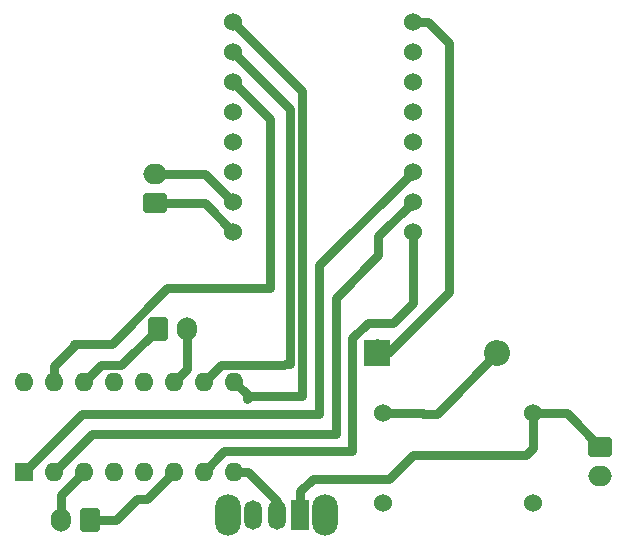
<source format=gtl>
%TF.GenerationSoftware,KiCad,Pcbnew,8.0.8*%
%TF.CreationDate,2025-02-19T10:09:38+01:00*%
%TF.ProjectId,Robot,526f626f-742e-46b6-9963-61645f706362,rev?*%
%TF.SameCoordinates,Original*%
%TF.FileFunction,Copper,L1,Top*%
%TF.FilePolarity,Positive*%
%FSLAX46Y46*%
G04 Gerber Fmt 4.6, Leading zero omitted, Abs format (unit mm)*
G04 Created by KiCad (PCBNEW 8.0.8) date 2025-02-19 10:09:38*
%MOMM*%
%LPD*%
G01*
G04 APERTURE LIST*
G04 Aperture macros list*
%AMRoundRect*
0 Rectangle with rounded corners*
0 $1 Rounding radius*
0 $2 $3 $4 $5 $6 $7 $8 $9 X,Y pos of 4 corners*
0 Add a 4 corners polygon primitive as box body*
4,1,4,$2,$3,$4,$5,$6,$7,$8,$9,$2,$3,0*
0 Add four circle primitives for the rounded corners*
1,1,$1+$1,$2,$3*
1,1,$1+$1,$4,$5*
1,1,$1+$1,$6,$7*
1,1,$1+$1,$8,$9*
0 Add four rect primitives between the rounded corners*
20,1,$1+$1,$2,$3,$4,$5,0*
20,1,$1+$1,$4,$5,$6,$7,0*
20,1,$1+$1,$6,$7,$8,$9,0*
20,1,$1+$1,$8,$9,$2,$3,0*%
G04 Aperture macros list end*
%TA.AperFunction,ComponentPad*%
%ADD10R,1.600000X1.600000*%
%TD*%
%TA.AperFunction,ComponentPad*%
%ADD11O,1.600000X1.600000*%
%TD*%
%TA.AperFunction,ComponentPad*%
%ADD12C,1.524000*%
%TD*%
%TA.AperFunction,ComponentPad*%
%ADD13RoundRect,0.250000X0.600000X0.750000X-0.600000X0.750000X-0.600000X-0.750000X0.600000X-0.750000X0*%
%TD*%
%TA.AperFunction,ComponentPad*%
%ADD14O,1.700000X2.000000*%
%TD*%
%TA.AperFunction,ComponentPad*%
%ADD15R,2.200000X2.200000*%
%TD*%
%TA.AperFunction,ComponentPad*%
%ADD16O,2.200000X2.200000*%
%TD*%
%TA.AperFunction,ComponentPad*%
%ADD17RoundRect,0.250000X-0.600000X-0.750000X0.600000X-0.750000X0.600000X0.750000X-0.600000X0.750000X0*%
%TD*%
%TA.AperFunction,ComponentPad*%
%ADD18RoundRect,0.250000X-0.750000X0.600000X-0.750000X-0.600000X0.750000X-0.600000X0.750000X0.600000X0*%
%TD*%
%TA.AperFunction,ComponentPad*%
%ADD19O,2.000000X1.700000*%
%TD*%
%TA.AperFunction,ComponentPad*%
%ADD20RoundRect,0.250000X0.750000X-0.600000X0.750000X0.600000X-0.750000X0.600000X-0.750000X-0.600000X0*%
%TD*%
%TA.AperFunction,ComponentPad*%
%ADD21O,2.200000X3.500000*%
%TD*%
%TA.AperFunction,ComponentPad*%
%ADD22R,1.500000X2.500000*%
%TD*%
%TA.AperFunction,ComponentPad*%
%ADD23O,1.500000X2.500000*%
%TD*%
%TA.AperFunction,Conductor*%
%ADD24C,0.800000*%
%TD*%
G04 APERTURE END LIST*
D10*
%TO.P,U2,1,EN1\u002C2*%
%TO.N,Net-(U1-GPIO2)*%
X79225000Y-145634314D03*
D11*
%TO.P,U2,2,1A*%
%TO.N,Net-(U1-GPIO1)*%
X81765000Y-145634314D03*
%TO.P,U2,3,1Y*%
%TO.N,Net-(J4-Pin_2)*%
X84305000Y-145634314D03*
%TO.P,U2,4,GND*%
%TO.N,GND*%
X86845000Y-145634314D03*
%TO.P,U2,5,GND*%
X89385000Y-145634314D03*
%TO.P,U2,6,2Y*%
%TO.N,Net-(J4-Pin_1)*%
X91925000Y-145634314D03*
%TO.P,U2,7,2A*%
%TO.N,Net-(U1-GPIO0)*%
X94465000Y-145634314D03*
%TO.P,U2,8,VCC2*%
%TO.N,Net-(SW1A-B)*%
X97005000Y-145634314D03*
%TO.P,U2,9,EN3\u002C4*%
%TO.N,Net-(U1-GPIO5)*%
X97005000Y-138014314D03*
%TO.P,U2,10,3A*%
%TO.N,Net-(U1-GPIO6)*%
X94465000Y-138014314D03*
%TO.P,U2,11,3Y*%
%TO.N,Net-(J3-Pin_2)*%
X91925000Y-138014314D03*
%TO.P,U2,12,GND*%
%TO.N,unconnected-(U2-GND-Pad12)*%
X89385000Y-138014314D03*
%TO.P,U2,13,GND*%
%TO.N,unconnected-(U2-GND-Pad13)*%
X86845000Y-138014314D03*
%TO.P,U2,14,4Y*%
%TO.N,Net-(J3-Pin_1)*%
X84305000Y-138014314D03*
%TO.P,U2,15,4A*%
%TO.N,Net-(U1-GPIO7)*%
X81765000Y-138014314D03*
%TO.P,U2,16,VCC1*%
%TO.N,Net-(D1-K)*%
X79225000Y-138014314D03*
%TD*%
D12*
%TO.P,U1,1,5V*%
%TO.N,Net-(D1-K)*%
X112100000Y-107534314D03*
%TO.P,U1,2,GND*%
%TO.N,GND*%
X112100000Y-110074314D03*
%TO.P,U1,3,3.3V*%
%TO.N,unconnected-(U1-3.3V-Pad3)*%
X112100000Y-112614314D03*
%TO.P,U1,4,GPIO4*%
%TO.N,unconnected-(U1-GPIO4-Pad4)*%
X112100000Y-115154314D03*
%TO.P,U1,5,GPIO3*%
%TO.N,unconnected-(U1-GPIO3-Pad5)*%
X112100000Y-117694314D03*
%TO.P,U1,6,GPIO2*%
%TO.N,Net-(U1-GPIO2)*%
X112100000Y-120234314D03*
%TO.P,U1,7,GPIO1*%
%TO.N,Net-(U1-GPIO1)*%
X112100000Y-122774314D03*
%TO.P,U1,8,GPIO0*%
%TO.N,Net-(U1-GPIO0)*%
X112100000Y-125314314D03*
%TO.P,U1,9,GPIO21*%
%TO.N,Net-(J2-Pin_1)*%
X96860000Y-125314314D03*
%TO.P,U1,10,GPIO20*%
%TO.N,Net-(J2-Pin_2)*%
X96860000Y-122774314D03*
%TO.P,U1,11,GPIO10*%
%TO.N,unconnected-(U1-GPIO10-Pad11)*%
X96860000Y-120234314D03*
%TO.P,U1,12,GPIO9*%
%TO.N,unconnected-(U1-GPIO9-Pad12)*%
X96860000Y-117694314D03*
%TO.P,U1,13,GPIO8*%
%TO.N,unconnected-(U1-GPIO8-Pad13)*%
X96860000Y-115154314D03*
%TO.P,U1,14,GPIO7*%
%TO.N,Net-(U1-GPIO7)*%
X96860000Y-112614314D03*
%TO.P,U1,15,GPIO6*%
%TO.N,Net-(U1-GPIO6)*%
X96860000Y-110074314D03*
%TO.P,U1,16,GPIO5*%
%TO.N,Net-(U1-GPIO5)*%
X96860000Y-107534314D03*
%TD*%
D13*
%TO.P,Motor1,1,Pin_1*%
%TO.N,Net-(J4-Pin_1)*%
X84800000Y-149734314D03*
D14*
%TO.P,Motor1,2,Pin_2*%
%TO.N,Net-(J4-Pin_2)*%
X82300000Y-149734314D03*
%TD*%
D15*
%TO.P,D1,1,K*%
%TO.N,Net-(D1-K)*%
X109120000Y-135634314D03*
D16*
%TO.P,D1,2,A*%
%TO.N,Net-(D1-A)*%
X119280000Y-135634314D03*
%TD*%
D17*
%TO.P,Motor2,1,Pin_1*%
%TO.N,Net-(J3-Pin_1)*%
X90500000Y-133534314D03*
D14*
%TO.P,Motor2,2,Pin_2*%
%TO.N,Net-(J3-Pin_2)*%
X93000000Y-133534314D03*
%TD*%
D18*
%TO.P,J5,1,Pin_1*%
%TO.N,Net-(J5-Pin_1)*%
X128000000Y-143534314D03*
D19*
%TO.P,J5,2,Pin_2*%
%TO.N,GND*%
X128000000Y-146034314D03*
%TD*%
D20*
%TO.P,UART,1,Pin_1*%
%TO.N,Net-(J2-Pin_1)*%
X90300000Y-122934314D03*
D19*
%TO.P,UART,2,Pin_2*%
%TO.N,Net-(J2-Pin_2)*%
X90300000Y-120434314D03*
%TD*%
D12*
%TO.P,U4,1,+VIN*%
%TO.N,Net-(J5-Pin_1)*%
X122300000Y-140714314D03*
%TO.P,U4,2,GND*%
%TO.N,GND*%
X122300000Y-148334314D03*
%TO.P,U4,3,+VOUT*%
%TO.N,Net-(D1-A)*%
X109600000Y-140714314D03*
%TO.P,U4,4,GND*%
%TO.N,GND*%
X109600000Y-148334314D03*
%TD*%
D21*
%TO.P,SW1,*%
%TO.N,*%
X104700000Y-149334314D03*
X96500000Y-149334314D03*
D22*
%TO.P,SW1,1,A*%
%TO.N,Net-(J5-Pin_1)*%
X102600000Y-149334314D03*
D23*
%TO.P,SW1,2,B*%
%TO.N,Net-(SW1A-B)*%
X100600000Y-149334314D03*
%TO.P,SW1,3,C*%
%TO.N,unconnected-(SW1A-C-Pad3)*%
X98600000Y-149334314D03*
%TD*%
D24*
%TO.N,GND*%
X122300000Y-148234314D02*
X122400000Y-148334314D01*
%TO.N,Net-(J3-Pin_2)*%
X93000000Y-133534314D02*
X93000000Y-136939314D01*
X93000000Y-136939314D02*
X91925000Y-138014314D01*
%TO.N,Net-(J2-Pin_2)*%
X90300000Y-120434314D02*
X94520000Y-120434314D01*
X94520000Y-120434314D02*
X96860000Y-122774314D01*
%TO.N,Net-(J2-Pin_1)*%
X90300000Y-122934314D02*
X94480000Y-122934314D01*
X94480000Y-122934314D02*
X96860000Y-125314314D01*
%TO.N,Net-(J3-Pin_1)*%
X85705000Y-136614314D02*
X87420000Y-136614314D01*
X84305000Y-138014314D02*
X85705000Y-136614314D01*
X87420000Y-136614314D02*
X90500000Y-133534314D01*
%TO.N,Net-(J4-Pin_1)*%
X87000000Y-149734314D02*
X84800000Y-149734314D01*
X89625000Y-147934314D02*
X88800000Y-147934314D01*
X91925000Y-145634314D02*
X89625000Y-147934314D01*
X88800000Y-147934314D02*
X87000000Y-149734314D01*
%TO.N,Net-(D1-K)*%
X115200000Y-130434314D02*
X110000000Y-135634314D01*
X113400000Y-107534314D02*
X115200000Y-109334314D01*
X112100000Y-107534314D02*
X113400000Y-107534314D01*
X109120000Y-134714314D02*
X109120000Y-135634314D01*
X115200000Y-109334314D02*
X115200000Y-130434314D01*
X110000000Y-135634314D02*
X109120000Y-135634314D01*
%TO.N,Net-(J5-Pin_1)*%
X125180000Y-140714314D02*
X128000000Y-143534314D01*
X103650000Y-146234314D02*
X110100000Y-146234314D01*
X112100000Y-144234314D02*
X121700000Y-144234314D01*
X122300000Y-143634314D02*
X122300000Y-140714314D01*
X102600000Y-147284314D02*
X103650000Y-146234314D01*
X110100000Y-146234314D02*
X112100000Y-144234314D01*
X121700000Y-144234314D02*
X122300000Y-143634314D01*
X102600000Y-149334314D02*
X102600000Y-147284314D01*
X122300000Y-140714314D02*
X125180000Y-140714314D01*
%TO.N,Net-(J4-Pin_2)*%
X84305000Y-145634314D02*
X82300000Y-147639314D01*
X82300000Y-147639314D02*
X82300000Y-149734314D01*
%TO.N,Net-(D1-A)*%
X113000000Y-140734314D02*
X112980000Y-140714314D01*
X119280000Y-135634314D02*
X114180000Y-140734314D01*
X114180000Y-140734314D02*
X113000000Y-140734314D01*
X112980000Y-140714314D02*
X109600000Y-140714314D01*
%TO.N,Net-(SW1A-B)*%
X98136370Y-145634314D02*
X100600000Y-148097944D01*
X97005000Y-145634314D02*
X98136370Y-145634314D01*
X100600000Y-148097944D02*
X100600000Y-149334314D01*
%TO.N,Net-(U1-GPIO1)*%
X105600000Y-130934314D02*
X105600000Y-142434314D01*
X81765000Y-145634314D02*
X84965000Y-142434314D01*
X109200000Y-127334314D02*
X109200000Y-125674314D01*
X84965000Y-142434314D02*
X105600000Y-142434314D01*
X105600000Y-130934314D02*
X109200000Y-127334314D01*
X109200000Y-125674314D02*
X112100000Y-122774314D01*
%TO.N,Net-(U1-GPIO0)*%
X112100000Y-131334314D02*
X110400000Y-133034314D01*
X110400000Y-133034314D02*
X108320000Y-133034314D01*
X108320000Y-133034314D02*
X107000000Y-134354314D01*
X107000000Y-134354314D02*
X107000000Y-143934314D01*
X107000000Y-143934314D02*
X96165000Y-143934314D01*
X96165000Y-143934314D02*
X94465000Y-145634314D01*
X112100000Y-125314314D02*
X112100000Y-131334314D01*
%TO.N,Net-(U1-GPIO5)*%
X96860000Y-107534314D02*
X102700000Y-113374314D01*
X102700000Y-139234314D02*
X98400000Y-139234314D01*
X98100000Y-139109314D02*
X97005000Y-138014314D01*
X98400000Y-139234314D02*
X98100000Y-139534314D01*
X102700000Y-113374314D02*
X102700000Y-139234314D01*
X98100000Y-139534314D02*
X98100000Y-139109314D01*
%TO.N,Net-(U1-GPIO2)*%
X104200000Y-128134314D02*
X112100000Y-120234314D01*
X84125000Y-140734314D02*
X104200000Y-140734314D01*
X79225000Y-145634314D02*
X84125000Y-140734314D01*
X104200000Y-128134314D02*
X104200000Y-140734314D01*
%TO.N,Net-(U1-GPIO7)*%
X96860000Y-112614314D02*
X100000000Y-115754314D01*
X100000000Y-115754314D02*
X100000000Y-130134314D01*
X83400000Y-135034314D02*
X81765000Y-136669314D01*
X81765000Y-136669314D02*
X81765000Y-138014314D01*
X86640990Y-134834314D02*
X83400000Y-134834314D01*
X91340990Y-130134314D02*
X86640990Y-134834314D01*
X83400000Y-134834314D02*
X83400000Y-135034314D01*
X100000000Y-130134314D02*
X91340990Y-130134314D01*
%TO.N,Net-(U1-GPIO6)*%
X101180000Y-136614314D02*
X101200000Y-136634314D01*
X96860000Y-110074314D02*
X101700000Y-114914314D01*
X101700000Y-136534314D02*
X101260000Y-136534314D01*
X94465000Y-138014314D02*
X95865000Y-136614314D01*
X95865000Y-136614314D02*
X101180000Y-136614314D01*
X101700000Y-114914314D02*
X101700000Y-136534314D01*
X101260000Y-136534314D02*
X101180000Y-136614314D01*
%TD*%
M02*

</source>
